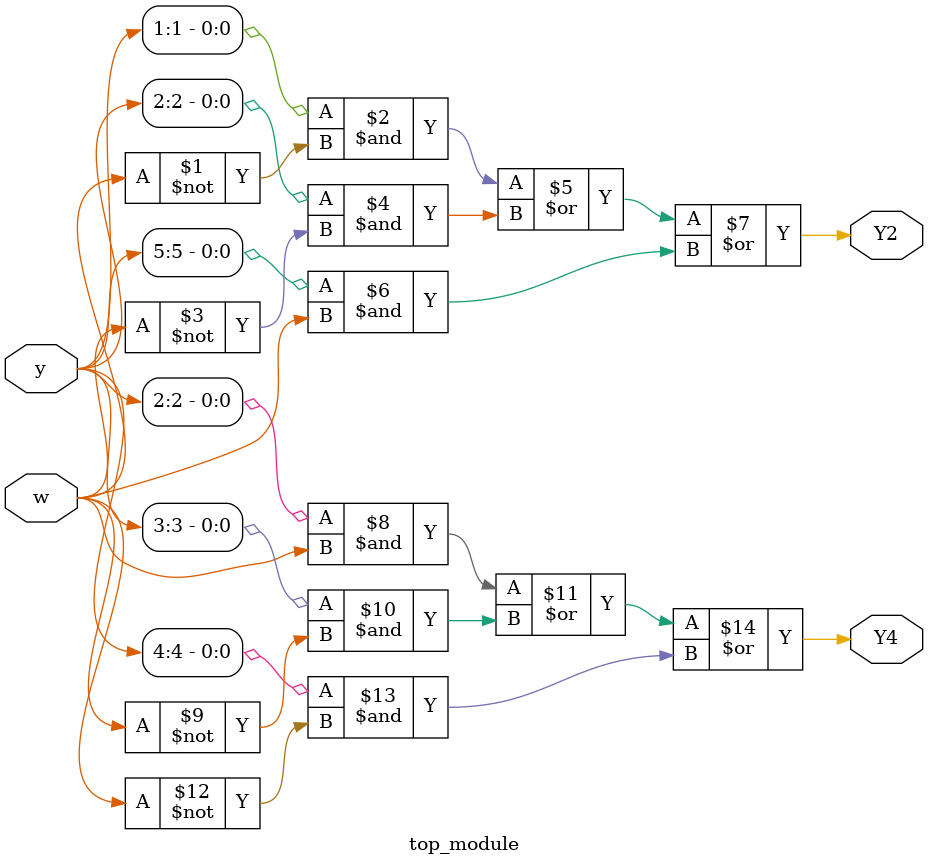
<source format=sv>
module top_module (
	input [6:1] y,
	input w,
	output Y2,
	output Y4
);
	
	assign Y2 = y[1] & ~w | y[2] & ~w | y[5] & w;
	assign Y4 = y[2] & w | y[3] & ~w | y[4] & ~w;

endmodule

</source>
